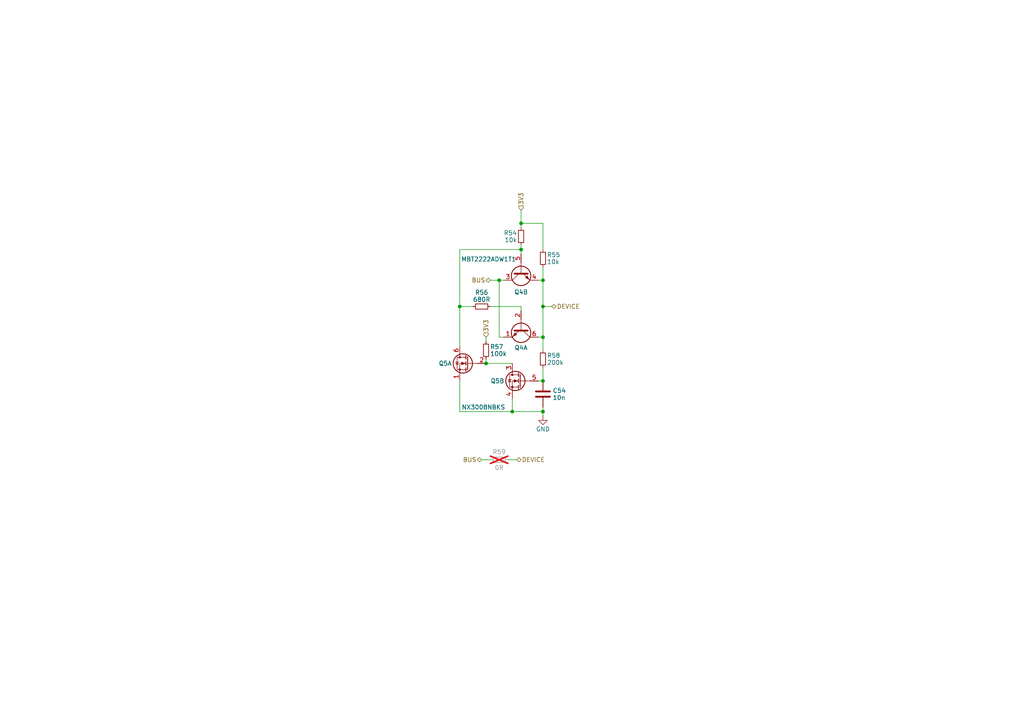
<source format=kicad_sch>
(kicad_sch (version 20231120) (generator "eeschema") (generator_version "8.0")
  (paper "A4")
  (title_block (title "Argus Mainboard") (date "2025-01-08") (rev "v3.0") (company "Carnegie Mellon University") (comment 1 "M. Holliday") (comment 2 "N. Khera") (comment 3 "V. Rajesh"))
  (lib_symbols
    (symbol "Device:C" (pin_numbers hide) (pin_names (offset 0.254))
      (property "Reference" "C" (at 0.635 2.54 0))
      (property "Value" "C" (at 0.635 -2.54 0))
      (symbol "C_0_1"
        (polyline (pts (xy -2.032 -0.762) (xy 2.032 -0.762)) (stroke (width 0.508)))
        (polyline (pts (xy -2.032 0.762) (xy 2.032 0.762)) (stroke (width 0.508)))
      )
      (symbol "C_1_1"
        (pin passive line (at 0 3.81 270) (length 2.794) (name "~") (number "1"))
        (pin passive line (at 0 -3.81 90) (length 2.794) (name "~") (number "2"))
      )
    )
    (symbol "Device:Q_Dual_NMOS_S1G1D2S2G2D1" (pin_names (offset 0) hide)
      (property "Reference" "Q" (at 6.35 1.27 0))
      (property "Value" "Q_Dual_NMOS_S1G1D2S2G2D1" (at 19.05 -1.27 0))
      (symbol "Q_Dual_NMOS_S1G1D2S2G2D1_0_1"
        (polyline (pts (xy 0.254 0) (xy -2.54 0)))
        (polyline (pts (xy 0.254 1.905) (xy 0.254 -1.905)) (stroke (width 0.254)))
        (polyline (pts (xy 0.762 -1.27) (xy 0.762 -2.286)) (stroke (width 0.254)))
        (polyline (pts (xy 0.762 0.508) (xy 0.762 -0.508)) (stroke (width 0.254)))
        (polyline (pts (xy 0.762 2.286) (xy 0.762 1.27)) (stroke (width 0.254)))
        (polyline (pts (xy 2.54 2.54) (xy 2.54 1.778)))
        (polyline (pts (xy 2.54 -2.54) (xy 2.54 0) (xy 0.762 0)))
        (polyline (pts (xy 0.762 -1.778) (xy 3.302 -1.778) (xy 3.302 1.778) (xy 0.762 1.778)))
        (polyline (pts (xy 1.016 0) (xy 2.032 0.381) (xy 2.032 -0.381) (xy 1.016 0)) (fill (type outline)))
        (polyline (pts (xy 2.794 0.508) (xy 2.921 0.381) (xy 3.683 0.381) (xy 3.81 0.254)))
        (polyline (pts (xy 3.302 0.381) (xy 2.921 -0.254) (xy 3.683 -0.254) (xy 3.302 0.381)))
        (circle (center 1.651 0) (radius 2.794) (stroke (width 0.254)))
        (circle (center 2.54 -1.778) (radius 0.254) (fill (type outline)))
        (circle (center 2.54 1.778) (radius 0.254) (fill (type outline)))
      )
      (symbol "Q_Dual_NMOS_S1G1D2S2G2D1_1_1"
        (pin passive line (at 2.54 -5.08 90) (length 2.54) (name "S") (number "1"))
        (pin input line (at -5.08 0 0) (length 2.54) (name "G") (number "2"))
        (pin passive line (at 2.54 5.08 270) (length 2.54) (name "D") (number "6"))
      )
      (symbol "Q_Dual_NMOS_S1G1D2S2G2D1_2_1"
        (pin passive line (at 2.54 5.08 270) (length 2.54) (name "D") (number "3"))
        (pin passive line (at 2.54 -5.08 90) (length 2.54) (name "S") (number "4"))
        (pin input line (at -5.08 0 0) (length 2.54) (name "G") (number "5"))
      )
    )
    (symbol "Device:R_Small" (pin_numbers hide) (pin_names (offset 0.254) hide)
      (property "Reference" "R" (at 0.762 0.508 0))
      (property "Value" "R_Small" (at 0.762 -1.016 0))
      (symbol "R_Small_0_1"
        (rectangle (start -0.762 1.778) (end 0.762 -1.778) (stroke (width 0.2032)))
      )
      (symbol "R_Small_1_1"
        (pin passive line (at 0 2.54 270) (length 0.762) (name "~") (number "1"))
        (pin passive line (at 0 -2.54 90) (length 0.762) (name "~") (number "2"))
      )
    )
    (symbol "Transistor_BJT:MBT2222ADW1T1" (pin_names (offset 0) hide)
      (property "Reference" "Q" (at 5.08 1.27 0))
      (property "Value" "MBT2222ADW1T1" (at 5.08 -1.27 0))
      (symbol "MBT2222ADW1T1_0_1"
        (polyline (pts (xy 0.635 0) (xy -2.54 0)))
        (polyline (pts (xy 0.635 0.635) (xy 2.54 2.54)))
        (polyline (pts (xy 0.635 -0.635) (xy 2.54 -2.54) (xy 2.54 -2.54)))
        (polyline (pts (xy 0.635 1.905) (xy 0.635 -1.905) (xy 0.635 -1.905)) (stroke (width 0.508)))
        (polyline (pts (xy 1.27 -1.778) (xy 1.778 -1.27) (xy 2.286 -2.286) (xy 1.27 -1.778) (xy 1.27 -1.778)) (fill (type outline)))
        (circle (center 1.27 0) (radius 2.8194) (stroke (width 0.254)))
      )
      (symbol "MBT2222ADW1T1_1_1"
        (pin passive line (at 2.54 -5.08 90) (length 2.54) (name "E1") (number "1"))
        (pin input line (at -5.08 0 0) (length 2.54) (name "B1") (number "2"))
        (pin passive line (at 2.54 5.08 270) (length 2.54) (name "C1") (number "6"))
      )
      (symbol "MBT2222ADW1T1_2_1"
        (pin passive line (at 2.54 5.08 270) (length 2.54) (name "C2") (number "3"))
        (pin passive line (at 2.54 -5.08 90) (length 2.54) (name "E2") (number "4"))
        (pin input line (at -5.08 0 0) (length 2.54) (name "B2") (number "5"))
      )
    )
    (symbol "power:GND" (power) (pin_numbers hide) (pin_names (offset 0) hide)
      (property "Value" "GND" (at 0 -3.81 0))
      (symbol "GND_0_1"
        (polyline (pts (xy 0 0) (xy 0 -1.27) (xy 1.27 -1.27) (xy 0 -2.54) (xy -1.27 -1.27) (xy 0 -1.27)))
      )
      (symbol "GND_1_1"
        (pin power_in line (at 0 0 270) (length 0) (name "~") (number "1"))
      )
    )
  )
  (junction (at 157.48 97.79))
  (junction (at 157.48 81.28))
  (junction (at 140.97 105.41))
  (junction (at 151.13 72.39))
  (junction (at 151.13 64.77))
  (junction (at 148.59 119.38))
  (junction (at 157.48 110.49))
  (junction (at 157.48 88.9))
  (junction (at 133.35 88.9))
  (junction (at 144.78 81.28))
  (junction (at 157.48 119.38))
  (wire (pts (xy 133.35 72.39) (xy 151.13 72.39)))
  (wire (pts (xy 151.13 71.12) (xy 151.13 72.39)))
  (wire (pts (xy 144.78 97.79) (xy 146.05 97.79)))
  (wire (pts (xy 157.48 81.28) (xy 157.48 88.9)))
  (wire (pts (xy 140.97 105.41) (xy 148.59 105.41)))
  (wire (pts (xy 140.97 104.14) (xy 140.97 105.41)))
  (wire (pts (xy 157.48 119.38) (xy 157.48 118.11)))
  (wire (pts (xy 157.48 97.79) (xy 157.48 88.9)))
  (wire (pts (xy 157.48 97.79) (xy 156.21 97.79)))
  (wire (pts (xy 147.32 133.35) (xy 149.86 133.35)))
  (wire (pts (xy 142.24 88.9) (xy 151.13 88.9)))
  (wire (pts (xy 160.02 88.9) (xy 157.48 88.9)))
  (wire (pts (xy 133.35 110.49) (xy 133.35 119.38)))
  (wire (pts (xy 142.24 81.28) (xy 144.78 81.28)))
  (wire (pts (xy 133.35 88.9) (xy 133.35 100.33)))
  (wire (pts (xy 133.35 88.9) (xy 133.35 72.39)))
  (wire (pts (xy 157.48 77.47) (xy 157.48 81.28)))
  (wire (pts (xy 157.48 110.49) (xy 156.21 110.49)))
  (wire (pts (xy 157.48 64.77) (xy 157.48 72.39)))
  (wire (pts (xy 151.13 88.9) (xy 151.13 90.17)))
  (wire (pts (xy 157.48 120.65) (xy 157.48 119.38)))
  (wire (pts (xy 151.13 64.77) (xy 151.13 66.04)))
  (wire (pts (xy 140.97 97.79) (xy 140.97 99.06)))
  (wire (pts (xy 151.13 73.66) (xy 151.13 72.39)))
  (wire (pts (xy 148.59 115.57) (xy 148.59 119.38)))
  (wire (pts (xy 133.35 119.38) (xy 148.59 119.38)))
  (wire (pts (xy 144.78 81.28) (xy 146.05 81.28)))
  (wire (pts (xy 151.13 60.96) (xy 151.13 64.77)))
  (wire (pts (xy 157.48 81.28) (xy 156.21 81.28)))
  (wire (pts (xy 139.7 133.35) (xy 142.24 133.35)))
  (wire (pts (xy 144.78 81.28) (xy 144.78 97.79)))
  (wire (pts (xy 133.35 88.9) (xy 137.16 88.9)))
  (wire (pts (xy 157.48 106.68) (xy 157.48 110.49)))
  (wire (pts (xy 151.13 64.77) (xy 157.48 64.77)))
  (wire (pts (xy 157.48 97.79) (xy 157.48 101.6)))
  (wire (pts (xy 148.59 119.38) (xy 157.48 119.38)))
  (hierarchical_label "DEVICE" (shape bidirectional) (at 160.02 88.9 0))
  (hierarchical_label "BUS" (shape bidirectional) (at 142.24 81.28 180))
  (hierarchical_label "BUS" (shape bidirectional) (at 139.7 133.35 180))
  (hierarchical_label "DEVICE" (shape bidirectional) (at 149.86 133.35 0))
  (hierarchical_label "3V3" (shape input) (at 151.13 60.96 90))
  (hierarchical_label "3V3" (shape input) (at 140.97 97.79 90))
  (symbol (lib_id "Device:Q_Dual_NMOS_S1G1D2S2G2D1") (at 151.13 110.49 0) (mirror y) (unit 2)
    (property "Reference" "Q5" (at 146.304 110.49 0) (effects (justify left)))
    (property "Value" "NX3008NBKS" (effects (hide yes)))
    (property "Footprint" "Package_TO_SOT_SMD:SOT-363_SC-70-6" (effects (hide yes)))
    (property "Description" "Dual NMOS transistor, 6 pin package" (effects (hide yes)))
    (property "Manufacturer_Name" "Nexperia USA Inc." (effects (hide yes)))
    (property "Manufacturer_Part_Number" "NX3008NBKS" (effects (hide yes)))
    (property "Proto" "BSS138DWQ-7" (effects (hide yes)))
    (instances (project "Avionics-MainBoard" (path "" (reference "Q5") (unit 2)) (path "" (reference "Q7") (unit 2)) (path "" (reference "Q9") (unit 2)) (path "" (reference "Q11") (unit 2)) (path "" (reference "Q13") (unit 2)) (path "" (reference "Q15") (unit 2)) (path "" (reference "Q20") (unit 2)) (path "" (reference "Q22") (unit 2)) (path "" (reference "Q24") (unit 2)) (path "" (reference "Q26") (unit 2))))
  )
  (symbol (lib_id "Transistor_BJT:MBT2222ADW1T1") (at 151.13 78.74 90) (mirror x) (unit 2)
    (property "Reference" "Q4" (at 151.13 84.709 90))
    (property "Value" "MBT2222ADW1T1" (at 141.732 75.184 90))
    (property "Footprint" "Package_TO_SOT_SMD:SOT-363_SC-70-6" (effects (hide yes)))
    (property "Datasheet" "http://www.onsemi.com/pub_link/Collateral/MBT2222ADW1T1-D.PDF" (effects (hide yes)))
    (property "Description" "Dual NPN BJT - 2NPN" (effects (hide yes)))
    (property "Flight" "MBT2222ADW1T1G" (effects (hide yes)))
    (property "Manufacturer_Name" "ON Semiconductor" (effects (hide yes)))
    (property "Manufacturer_Part_Number" "MBT2222ADW1T1G" (effects (hide yes)))
    (property "Proto" "MBT2222ADW1T1G" (effects (hide yes)))
    (instances (project "Avionics-MainBoard" (path "" (reference "Q4") (unit 2)) (path "" (reference "Q6") (unit 2)) (path "" (reference "Q8") (unit 2)) (path "" (reference "Q10") (unit 2)) (path "" (reference "Q12") (unit 2)) (path "" (reference "Q14") (unit 2)) (path "" (reference "Q19") (unit 2)) (path "" (reference "Q21") (unit 2)) (path "" (reference "Q23") (unit 2)) (path "" (reference "Q25") (unit 2))))
  )
  (symbol (lib_id "Device:C") (at 157.48 114.3 0) (unit 1)
    (property "Reference" "C54" (at 160.274 113.284 0) (effects (justify left)))
    (property "Value" "10n" (at 160.274 115.3414 0) (effects (justify left)))
    (property "Footprint" "Capacitor_SMD:C_0603_1608Metric" (effects (hide yes)))
    (property "Description" "10nF +-10% 50V X7R" (effects (hide yes)))
    (instances (project "Avionics-MainBoard" (path "" (reference "C54") (unit 1)) (path "" (reference "C55") (unit 1)) (path "" (reference "C56") (unit 1)) (path "" (reference "C57") (unit 1)) (path "" (reference "C64") (unit 1)) (path "" (reference "C65") (unit 1)) (path "" (reference "C75") (unit 1)) (path "" (reference "C76") (unit 1)) (path "" (reference "C82") (unit 1)) (path "" (reference "C83") (unit 1))))
  )
  (symbol (lib_id "Device:R_Small") (at 140.97 101.6 0) (unit 1)
    (property "Reference" "R57" (at 142.113 100.584 0) (effects (justify left)))
    (property "Value" "100k" (at 142.113 102.616 0) (effects (justify left)))
    (property "Footprint" "Resistor_SMD:R_0603_1608Metric" (effects (hide yes)))
    (property "Description" "Resistor, small symbol" (effects (hide yes)))
    (instances (project "Avionics-MainBoard" (path "" (reference "R57") (unit 1)) (path "" (reference "R63") (unit 1)) (path "" (reference "R69") (unit 1)) (path "" (reference "R75") (unit 1)) (path "" (reference "R98") (unit 1)) (path "" (reference "R104") (unit 1)) (path "" (reference "R137") (unit 1)) (path "" (reference "R143") (unit 1)) (path "" (reference "R151") (unit 1)) (path "" (reference "R157") (unit 1))))
  )
  (symbol (lib_id "Device:R_Small") (at 144.78 133.35 270) (unit 1) (dnp yes)
    (property "Reference" "R59" (at 144.78 131.064 90))
    (property "Value" "0R" (at 144.78 135.636 90))
    (property "Footprint" "Resistor_SMD:R_0603_1608Metric" (effects (hide yes)))
    (property "Description" "Resistor, small symbol" (effects (hide yes)))
    (property "DNI" "DNI" (effects (hide yes)))
    (instances (project "Avionics-MainBoard" (path "" (reference "R59") (unit 1)) (path "" (reference "R65") (unit 1)) (path "" (reference "R71") (unit 1)) (path "" (reference "R77") (unit 1)) (path "" (reference "R100") (unit 1)) (path "" (reference "R106") (unit 1)) (path "" (reference "R139") (unit 1)) (path "" (reference "R145") (unit 1)) (path "" (reference "R153") (unit 1)) (path "" (reference "R159") (unit 1))))
  )
  (symbol (lib_id "Device:R_Small") (at 157.48 104.14 0) (unit 1)
    (property "Reference" "R58" (at 158.623 103.124 0) (effects (justify left)))
    (property "Value" "200k" (at 158.623 105.156 0) (effects (justify left)))
    (property "Footprint" "Resistor_SMD:R_0603_1608Metric" (effects (hide yes)))
    (property "Description" "Resistor, small symbol" (effects (hide yes)))
    (instances (project "Avionics-MainBoard" (path "" (reference "R58") (unit 1)) (path "" (reference "R64") (unit 1)) (path "" (reference "R70") (unit 1)) (path "" (reference "R76") (unit 1)) (path "" (reference "R99") (unit 1)) (path "" (reference "R105") (unit 1)) (path "" (reference "R138") (unit 1)) (path "" (reference "R144") (unit 1)) (path "" (reference "R152") (unit 1)) (path "" (reference "R158") (unit 1))))
  )
  (symbol (lib_id "Device:R_Small") (at 139.7 88.9 270) (unit 1)
    (property "Reference" "R56" (at 139.7 84.836 90))
    (property "Value" "680R" (at 139.7 86.868 90))
    (property "Footprint" "Resistor_SMD:R_0603_1608Metric" (effects (hide yes)))
    (property "Description" "Resistor, small symbol" (effects (hide yes)))
    (instances (project "Avionics-MainBoard" (path "" (reference "R56") (unit 1)) (path "" (reference "R62") (unit 1)) (path "" (reference "R68") (unit 1)) (path "" (reference "R74") (unit 1)) (path "" (reference "R97") (unit 1)) (path "" (reference "R103") (unit 1)) (path "" (reference "R136") (unit 1)) (path "" (reference "R142") (unit 1)) (path "" (reference "R150") (unit 1)) (path "" (reference "R156") (unit 1))))
  )
  (symbol (lib_id "power:GND") (at 157.48 120.65 0) (unit 1)
    (property "Reference" "#PWR0185" (effects (hide yes)))
    (property "Value" "GND" (at 157.48 124.46 0))
    (property "Description" "Power symbol creates a global label with name \"GND\" , ground" (effects (hide yes)))
    (instances (project "Avionics-MainBoard" (path "" (reference "#PWR0185") (unit 1)) (path "" (reference "#PWR0206") (unit 1)) (path "" (reference "#PWR0232") (unit 1)) (path "" (reference "#PWR0235") (unit 1)) (path "" (reference "#PWR0176") (unit 1)) (path "" (reference "#PWR0203") (unit 1)) (path "" (reference "#PWR0188") (unit 1)) (path "" (reference "#PWR0197") (unit 1)) (path "" (reference "#PWR0101") (unit 1)) (path "" (reference "#PWR0194") (unit 1))))
  )
  (symbol (lib_id "Transistor_BJT:MBT2222ADW1T1") (at 151.13 95.25 270) (unit 1)
    (property "Reference" "Q4" (at 151.13 100.838 90))
    (property "Value" "MBT2222ADW1T1" (effects (hide yes)))
    (property "Footprint" "Package_TO_SOT_SMD:SOT-363_SC-70-6" (effects (hide yes)))
    (property "Datasheet" "http://www.onsemi.com/pub_link/Collateral/MBT2222ADW1T1-D.PDF" (effects (hide yes)))
    (property "Description" "Dual NPN BJT - 2NPN" (effects (hide yes)))
    (property "Flight" "MBT2222ADW1T1G" (effects (hide yes)))
    (property "Manufacturer_Name" "ON Semiconductor" (effects (hide yes)))
    (property "Manufacturer_Part_Number" "MBT2222ADW1T1G" (effects (hide yes)))
    (property "Proto" "MBT2222ADW1T1G" (effects (hide yes)))
    (instances (project "Avionics-MainBoard" (path "" (reference "Q4") (unit 1)) (path "" (reference "Q6") (unit 1)) (path "" (reference "Q8") (unit 1)) (path "" (reference "Q10") (unit 1)) (path "" (reference "Q12") (unit 1)) (path "" (reference "Q14") (unit 1)) (path "" (reference "Q19") (unit 1)) (path "" (reference "Q21") (unit 1)) (path "" (reference "Q23") (unit 1)) (path "" (reference "Q25") (unit 1))))
  )
  (symbol (lib_id "Device:R_Small") (at 151.13 68.58 0) (unit 1)
    (property "Reference" "R54" (at 149.987 67.564 0) (effects (justify right)))
    (property "Value" "10k" (at 149.987 69.596 0) (effects (justify right)))
    (property "Footprint" "Resistor_SMD:R_0603_1608Metric" (effects (hide yes)))
    (property "Description" "Resistor, small symbol" (effects (hide yes)))
    (instances (project "Avionics-MainBoard" (path "" (reference "R54") (unit 1)) (path "" (reference "R60") (unit 1)) (path "" (reference "R66") (unit 1)) (path "" (reference "R72") (unit 1)) (path "" (reference "R95") (unit 1)) (path "" (reference "R101") (unit 1)) (path "" (reference "R134") (unit 1)) (path "" (reference "R140") (unit 1)) (path "" (reference "R148") (unit 1)) (path "" (reference "R154") (unit 1))))
  )
  (symbol (lib_id "Device:Q_Dual_NMOS_S1G1D2S2G2D1") (at 135.89 105.41 0) (mirror y) (unit 1)
    (property "Reference" "Q5" (at 131.064 105.41 0) (effects (justify left)))
    (property "Value" "NX3008NBKS" (at 146.558 118.11 0) (effects (justify left)))
    (property "Footprint" "Package_TO_SOT_SMD:SOT-363_SC-70-6" (effects (hide yes)))
    (property "Description" "Dual NMOS transistor, 6 pin package" (effects (hide yes)))
    (property "Manufacturer_Name" "Nexperia USA Inc." (effects (hide yes)))
    (property "Manufacturer_Part_Number" "NX3008NBKS" (effects (hide yes)))
    (property "Proto" "BSS138DWQ-7" (effects (hide yes)))
    (instances (project "Avionics-MainBoard" (path "" (reference "Q5") (unit 1)) (path "" (reference "Q7") (unit 1)) (path "" (reference "Q9") (unit 1)) (path "" (reference "Q11") (unit 1)) (path "" (reference "Q13") (unit 1)) (path "" (reference "Q15") (unit 1)) (path "" (reference "Q20") (unit 1)) (path "" (reference "Q22") (unit 1)) (path "" (reference "Q24") (unit 1)) (path "" (reference "Q26") (unit 1))))
  )
  (symbol (lib_id "Device:R_Small") (at 157.48 74.93 0) (unit 1)
    (property "Reference" "R55" (at 158.623 73.914 0) (effects (justify left)))
    (property "Value" "10k" (at 158.623 75.946 0) (effects (justify left)))
    (property "Footprint" "Resistor_SMD:R_0603_1608Metric" (effects (hide yes)))
    (property "Description" "Resistor, small symbol" (effects (hide yes)))
    (instances (project "Avionics-MainBoard" (path "" (reference "R55") (unit 1)) (path "" (reference "R61") (unit 1)) (path "" (reference "R67") (unit 1)) (path "" (reference "R73") (unit 1)) (path "" (reference "R96") (unit 1)) (path "" (reference "R102") (unit 1)) (path "" (reference "R135") (unit 1)) (path "" (reference "R141") (unit 1)) (path "" (reference "R149") (unit 1)) (path "" (reference "R155") (unit 1))))
  )
)
</source>
